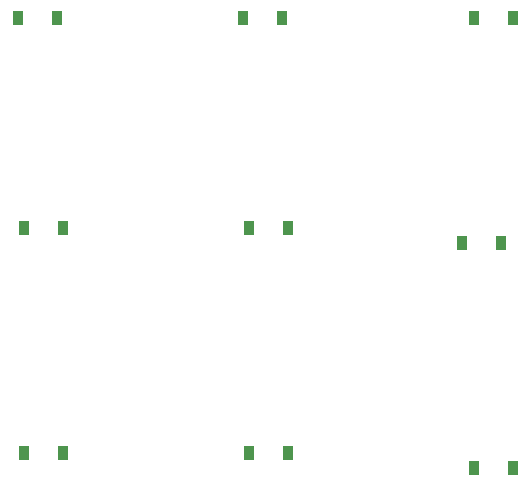
<source format=gbr>
%TF.GenerationSoftware,KiCad,Pcbnew,5.1.8*%
%TF.CreationDate,2021-01-16T11:32:51+01:00*%
%TF.ProjectId,macropad,6d616372-6f70-4616-942e-6b696361645f,rev?*%
%TF.SameCoordinates,Original*%
%TF.FileFunction,Paste,Bot*%
%TF.FilePolarity,Positive*%
%FSLAX46Y46*%
G04 Gerber Fmt 4.6, Leading zero omitted, Abs format (unit mm)*
G04 Created by KiCad (PCBNEW 5.1.8) date 2021-01-16 11:32:51*
%MOMM*%
%LPD*%
G01*
G04 APERTURE LIST*
%ADD10R,0.900000X1.200000*%
G04 APERTURE END LIST*
D10*
%TO.C,D1*%
X89790000Y-106680000D03*
X93090000Y-106680000D03*
%TD*%
%TO.C,D2*%
X90272500Y-124460000D03*
X93572500Y-124460000D03*
%TD*%
%TO.C,D3*%
X90272500Y-143510000D03*
X93572500Y-143510000D03*
%TD*%
%TO.C,D4*%
X108840000Y-106680000D03*
X112140000Y-106680000D03*
%TD*%
%TO.C,D5*%
X112622500Y-124460000D03*
X109322500Y-124460000D03*
%TD*%
%TO.C,D6*%
X109322500Y-143510000D03*
X112622500Y-143510000D03*
%TD*%
%TO.C,D7*%
X128372500Y-106680000D03*
X131672500Y-106680000D03*
%TD*%
%TO.C,D8*%
X130675001Y-125730000D03*
X127375001Y-125730000D03*
%TD*%
%TO.C,D9*%
X128372500Y-144780000D03*
X131672500Y-144780000D03*
%TD*%
M02*

</source>
